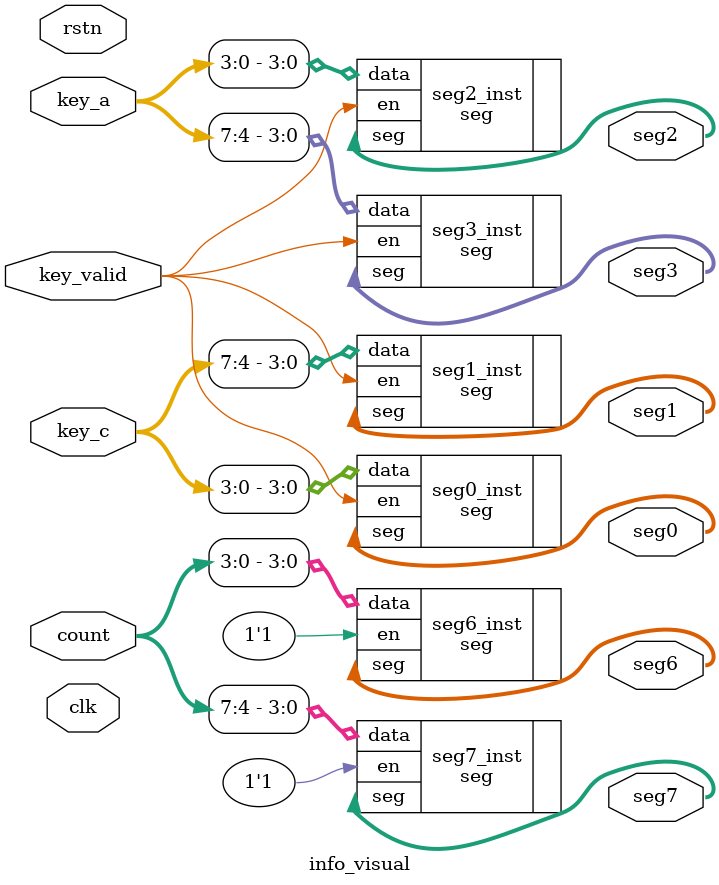
<source format=v>
module info_visual(
    input clk,
    input rstn,
    input key_valid,
    input [7:0] key_a,
    input [7:0] key_c,
    input [7:0] count,
    output [7:0] seg0,
    output [7:0] seg1,
    output [7:0] seg2,
    output [7:0] seg3,
    output [7:0] seg6,
    output [7:0] seg7
);

    seg seg0_inst(
        .en(key_valid),
        .data(key_c[3:0]),
        .seg(seg0)
    );

    seg seg1_inst(
        .en(key_valid),
        .data(key_c[7:4]),
        .seg(seg1)
    );

    seg seg2_inst(
        .en(key_valid),
        .data(key_a[3:0]),
        .seg(seg2)
    );

    seg seg3_inst(
        .en(key_valid),
        .data(key_a[7:4]),
        .seg(seg3)
    );

    seg seg6_inst(
        .en(1'b1),
        .data(count[3:0]),
        .seg(seg6)
    );

    seg seg7_inst(
        .en(1'b1),
        .data(count[7:4]),
        .seg(seg7)
    );

endmodule
</source>
